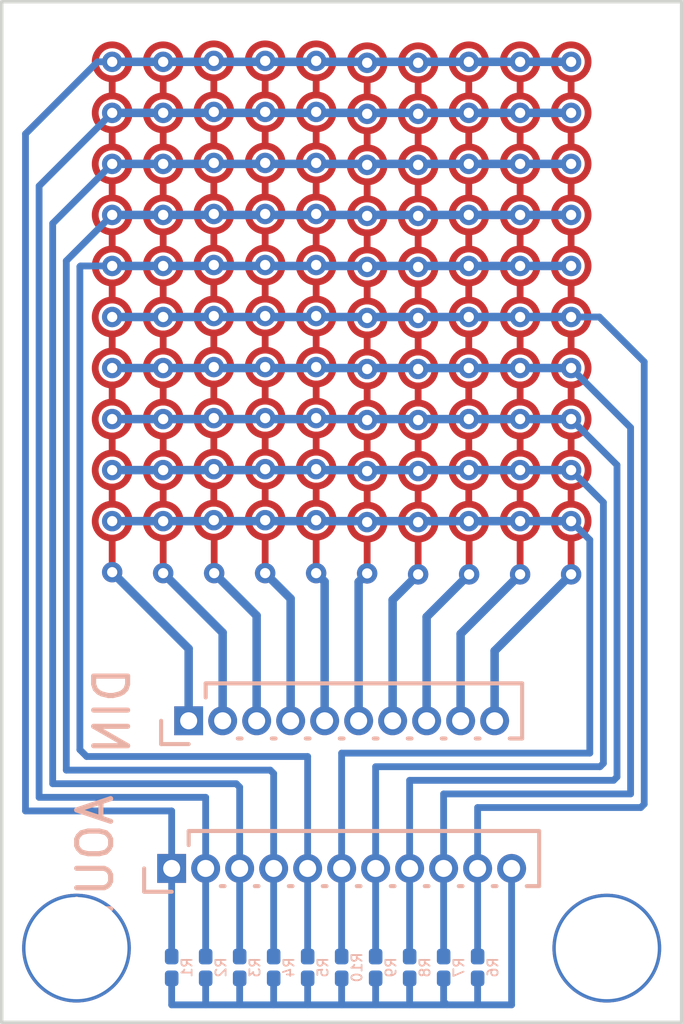
<source format=kicad_pcb>
(kicad_pcb (version 20211014) (generator pcbnew)
  (layers (0 "F.Cu" signal) (31 "B.Cu" signal) (34 "B.Paste" user) (35 "F.Paste" user) (36 "B.SilkS" user "B.Silkscreen") (37 "F.SilkS" user "F.Silkscreen") (38 "B.Mask" user) (39 "F.Mask" user) (44 "Edge.Cuts" user))
  (net 0 "")
  (footprint "Resistor_SMD:R_0201_0603Metric" (layer "B.Cu") (at 62.8 77.06794 90)
    (fp_text reference "R5" (at 0 0.45 90) (layer "B.SilkS") (effects (font (size 0.3 0.3) (thickness 0.05)) (justify mirror)))
    (fp_text value "400K")
    (pad "1" smd roundrect (at -0.32 0 90) (size 0.46 0.4) (layers "B.Cu" "B.Mask"))
    (pad "2" smd roundrect (at 0.32 0 90) (size 0.46 0.4) (layers "B.Cu" "B.Mask"))
  )
  (footprint "Resistor_SMD:R_0201_0603Metric" (layer "B.Cu") (at 63.8 77.06794 90)
    (fp_text reference "R10" (at 0 0.45 90) (layer "B.SilkS") (effects (font (size 0.3 0.3) (thickness 0.05)) (justify mirror)))
    (fp_text value "400K")
    (pad "1" smd roundrect (at -0.32 0 90) (size 0.46 0.4) (layers "B.Cu" "B.Mask"))
    (pad "2" smd roundrect (at 0.32 0 90) (size 0.46 0.4) (layers "B.Cu" "B.Mask"))
  )
  (footprint "Resistor_SMD:R_0201_0603Metric" (layer "B.Cu") (at 67.8 77.06794 90)
    (fp_text reference "R6" (at 0 0.45 90) (layer "B.SilkS") (effects (font (size 0.3 0.3) (thickness 0.05)) (justify mirror)))
    (fp_text value "400K")
    (pad "1" smd roundrect (at -0.32 0 90) (size 0.46 0.4) (layers "B.Cu" "B.Mask"))
    (pad "2" smd roundrect (at 0.32 0 90) (size 0.46 0.4) (layers "B.Cu" "B.Mask"))
  )
  (footprint "Connector_PinSocket_1.00mm:PinSocket_1x11_P1.00mm_Vertical" (layer "B.Cu") (at 58.8 74.15794 -90)
    (fp_text reference "AOUT" (at -0.29 2.25 90) (layer "B.SilkS") (effects (justify mirror)))
    (fp_text value "AOUT")
    (fp_line (start 0.52 -6.445898) (end 0.52 -6.554102) (layer "B.SilkS") (width 0.12))
    (fp_line (start 0.52 -1.445898) (end 0.52 -1.554102) (layer "B.SilkS") (width 0.12))
    (fp_line (start 0.52 -7.445898) (end 0.52 -7.554102) (layer "B.SilkS") (width 0.12))
    (fp_line (start 0.685 0.81) (end 0.685 0) (layer "B.SilkS") (width 0.12))
    (fp_line (start -1.1 -0.5) (end -1.1 -10.81) (layer "B.SilkS") (width 0.12))
    (fp_line (start -1.1 -0.5) (end -0.685 -0.5) (layer "B.SilkS") (width 0.12))
    (fp_line (start 0 0.81) (end 0.685 0.81) (layer "B.SilkS") (width 0.12))
    (fp_line (start 0.52 -2.445898) (end 0.52 -2.554102) (layer "B.SilkS") (width 0.12))
    (fp_line (start 0.52 -4.445898) (end 0.52 -4.554102) (layer "B.SilkS") (width 0.12))
    (fp_line (start 0.52 -10.445898) (end 0.52 -10.81) (layer "B.SilkS") (width 0.12))
    (fp_line (start 0.52 -3.445898) (end 0.52 -3.554102) (layer "B.SilkS") (width 0.12))
    (fp_line (start 0.52 -5.445898) (end 0.52 -5.554102) (layer "B.SilkS") (width 0.12))
    (fp_line (start -1.1 -10.81) (end 0.52 -10.81) (layer "B.SilkS") (width 0.12))
    (fp_line (start 0.52 -9.445898) (end 0.52 -9.554102) (layer "B.SilkS") (width 0.12))
    (fp_line (start 0.52 -8.445898) (end 0.52 -8.554102) (layer "B.SilkS") (width 0.12))
    (pad "0" thru_hole oval (at 0 -10 270) (size 0.85 0.85) (drill 0.5) (layers *.Cu *.Mask))
    (pad "1" thru_hole rect (at 0 0 270) (size 0.85 0.85) (drill 0.5) (layers *.Cu *.Mask))
    (pad "2" thru_hole oval (at 0 -1 270) (size 0.85 0.85) (drill 0.5) (layers *.Cu *.Mask))
    (pad "3" thru_hole oval (at 0 -2 270) (size 0.85 0.85) (drill 0.5) (layers *.Cu *.Mask))
    (pad "4" thru_hole oval (at 0 -3 270) (size 0.85 0.85) (drill 0.5) (layers *.Cu *.Mask))
    (pad "5" thru_hole oval (at 0 -4 270) (size 0.85 0.85) (drill 0.5) (layers *.Cu *.Mask))
    (pad "6" thru_hole oval (at 0 -9 270) (size 0.85 0.85) (drill 0.5) (layers *.Cu *.Mask))
    (pad "7" thru_hole oval (at 0 -8 270) (size 0.85 0.85) (drill 0.5) (layers *.Cu *.Mask))
    (pad "8" thru_hole oval (at 0 -7 270) (size 0.85 0.85) (drill 0.5) (layers *.Cu *.Mask))
    (pad "9" thru_hole oval (at 0 -6 270) (size 0.85 0.85) (drill 0.5) (layers *.Cu *.Mask))
    (pad "10" thru_hole oval (at 0 -5 270) (size 0.85 0.85) (drill 0.5) (layers *.Cu *.Mask))
  )
  (footprint "Resistor_SMD:R_0201_0603Metric" (layer "B.Cu") (at 61.8 77.06794 90)
    (fp_text reference "R4" (at 0 0.45 90) (layer "B.SilkS") (effects (font (size 0.3 0.3) (thickness 0.05)) (justify mirror)))
    (fp_text value "400K")
    (pad "1" smd roundrect (at -0.32 0 90) (size 0.46 0.4) (layers "B.Cu" "B.Mask"))
    (pad "2" smd roundrect (at 0.32 0 90) (size 0.46 0.4) (layers "B.Cu" "B.Mask"))
  )
  (footprint "Connector_PinSocket_1.00mm:PinSocket_1x10_P1.00mm_Vertical" (layer "B.Cu") (at 59.3 69.81794 -90)
    (fp_text reference "DIN" (at -0.29 2.25 90) (layer "B.SilkS") (effects (justify mirror)))
    (fp_text value "DIN")
    (fp_line (start -1.1 -9.81) (end 0.52 -9.81) (layer "B.SilkS") (width 0.12))
    (fp_line (start 0 0.81) (end 0.685 0.81) (layer "B.SilkS") (width 0.12))
    (fp_line (start -1.1 -0.5) (end -1.1 -9.81) (layer "B.SilkS") (width 0.12))
    (fp_line (start 0.52 -1.445898) (end 0.52 -1.554102) (layer "B.SilkS") (width 0.12))
    (fp_line (start 0.52 -8.445898) (end 0.52 -8.554102) (layer "B.SilkS") (width 0.12))
    (fp_line (start 0.52 -9.445898) (end 0.52 -9.81) (layer "B.SilkS") (width 0.12))
    (fp_line (start -1.1 -0.5) (end -0.685 -0.5) (layer "B.SilkS") (width 0.12))
    (fp_line (start 0.52 -6.445898) (end 0.52 -6.554102) (layer "B.SilkS") (width 0.12))
    (fp_line (start 0.685 0.81) (end 0.685 0) (layer "B.SilkS") (width 0.12))
    (fp_line (start 0.52 -7.445898) (end 0.52 -7.554102) (layer "B.SilkS") (width 0.12))
    (fp_line (start 0.52 -5.445898) (end 0.52 -5.554102) (layer "B.SilkS") (width 0.12))
    (fp_line (start 0.52 -3.445898) (end 0.52 -3.554102) (layer "B.SilkS") (width 0.12))
    (fp_line (start 0.52 -2.445898) (end 0.52 -2.554102) (layer "B.SilkS") (width 0.12))
    (fp_line (start 0.52 -4.445898) (end 0.52 -4.554102) (layer "B.SilkS") (width 0.12))
    (pad "1" thru_hole rect (at 0 0 270) (size 0.85 0.85) (drill 0.5) (layers *.Cu *.Mask))
    (pad "2" thru_hole oval (at 0 -1 270) (size 0.85 0.85) (drill 0.5) (layers *.Cu *.Mask))
    (pad "3" thru_hole oval (at 0 -2 270) (size 0.85 0.85) (drill 0.5) (layers *.Cu *.Mask))
    (pad "4" thru_hole oval (at 0 -3 270) (size 0.85 0.85) (drill 0.5) (layers *.Cu *.Mask))
    (pad "5" thru_hole oval (at 0 -4 270) (size 0.85 0.85) (drill 0.5) (layers *.Cu *.Mask))
    (pad "6" thru_hole oval (at 0 -5 270) (size 0.85 0.85) (drill 0.5) (layers *.Cu *.Mask))
    (pad "7" thru_hole oval (at 0 -6 270) (size 0.85 0.85) (drill 0.5) (layers *.Cu *.Mask))
    (pad "8" thru_hole oval (at 0 -7 270) (size 0.85 0.85) (drill 0.5) (layers *.Cu *.Mask))
    (pad "9" thru_hole oval (at 0 -8 270) (size 0.85 0.85) (drill 0.5) (layers *.Cu *.Mask))
    (pad "10" thru_hole oval (at 0 -9 270) (size 0.85 0.85) (drill 0.5) (layers *.Cu *.Mask))
  )
  (footprint "Resistor_SMD:R_0201_0603Metric" (layer "B.Cu") (at 66.8 77.06794 90)
    (fp_text reference "R7" (at 0 0.45 90) (layer "B.SilkS") (effects (font (size 0.3 0.3) (thickness 0.05)) (justify mirror)))
    (fp_text value "400K")
    (pad "1" smd roundrect (at -0.32 0 90) (size 0.46 0.4) (layers "B.Cu" "B.Mask"))
    (pad "2" smd roundrect (at 0.32 0 90) (size 0.46 0.4) (layers "B.Cu" "B.Mask"))
  )
  (footprint "Resistor_SMD:R_0201_0603Metric" (layer "B.Cu") (at 65.8 77.06794 90)
    (fp_text reference "R8" (at 0 0.45 90) (layer "B.SilkS") (effects (font (size 0.3 0.3) (thickness 0.05)) (justify mirror)))
    (fp_text value "400K")
    (pad "1" smd roundrect (at -0.32 0 90) (size 0.46 0.4) (layers "B.Cu" "B.Mask"))
    (pad "2" smd roundrect (at 0.32 0 90) (size 0.46 0.4) (layers "B.Cu" "B.Mask"))
  )
  (footprint "Resistor_SMD:R_0201_0603Metric" (layer "B.Cu") (at 58.8 77.06794 90)
    (fp_text reference "R1" (at 0 0.45 90) (layer "B.SilkS") (effects (font (size 0.3 0.3) (thickness 0.05)) (justify mirror)))
    (fp_text value "400K")
    (pad "1" smd roundrect (at -0.32 0 90) (size 0.46 0.4) (layers "B.Cu" "B.Mask"))
    (pad "2" smd roundrect (at 0.32 0 90) (size 0.46 0.4) (layers "B.Cu" "B.Mask"))
  )
  (footprint "Resistor_SMD:R_0201_0603Metric" (layer "B.Cu") (at 60.8 77.06794 90)
    (fp_text reference "R3" (at 0 0.45 90) (layer "B.SilkS") (effects (font (size 0.3 0.3) (thickness 0.05)) (justify mirror)))
    (fp_text value "400K")
    (pad "1" smd roundrect (at -0.32 0 90) (size 0.46 0.4) (layers "B.Cu" "B.Mask"))
    (pad "2" smd roundrect (at 0.32 0 90) (size 0.46 0.4) (layers "B.Cu" "B.Mask"))
  )
  (footprint "Resistor_SMD:R_0201_0603Metric" (layer "B.Cu") (at 59.8 77.06794 90)
    (fp_text reference "R2" (at 0 0.45 90) (layer "B.SilkS") (effects (font (size 0.3 0.3) (thickness 0.05)) (justify mirror)))
    (fp_text value "400K")
    (pad "1" smd roundrect (at -0.32 0 90) (size 0.46 0.4) (layers "B.Cu" "B.Mask"))
    (pad "2" smd roundrect (at 0.32 0 90) (size 0.46 0.4) (layers "B.Cu" "B.Mask"))
  )
  (footprint "Resistor_SMD:R_0201_0603Metric" (layer "B.Cu") (at 64.8 77.06794 90)
    (fp_text reference "R9" (at 0 0.45 90) (layer "B.SilkS") (effects (font (size 0.3 0.3) (thickness 0.05)) (justify mirror)))
    (fp_text value "400K")
    (pad "1" smd roundrect (at -0.32 0 90) (size 0.46 0.4) (layers "B.Cu" "B.Mask"))
    (pad "2" smd roundrect (at 0.32 0 90) (size 0.46 0.4) (layers "B.Cu" "B.Mask"))
  )
  (gr_line (start 57.05 55.45) (end 57.05 55.95) (layer "F.Cu") (width 0.2))
  (gr_line (start 60.040306 56.92176) (end 60.040306 57.42176) (layer "F.Cu") (width 0.2))
  (gr_line (start 63.05 55.42176) (end 63.05 55.92176) (layer "F.Cu") (width 0.2))
  (gr_line (start 63.05 58.42176) (end 63.05 58.92176) (layer "F.Cu") (width 0.2))
  (gr_line (start 60.040306 52.42176) (end 60.040306 52.92176) (layer "F.Cu") (width 0.2))
  (gr_line (start 61.55 50.92176) (end 61.55 51.42176) (layer "F.Cu") (width 0.2))
  (gr_line (start 61.55 58.42176) (end 61.55 58.92176) (layer "F.Cu") (width 0.2))
  (gr_line (start 58.55 64.47824) (end 58.55 65.40648) (layer "F.Cu") (width 0.2))
  (gr_line (start 64.55 62.97824) (end 64.55 63.47824) (layer "F.Cu") (width 0.2))
  (gr_line (start 69.05 55.45) (end 69.05 55.95) (layer "F.Cu") (width 0.2))
  (gr_circle (center 67.540306 51.95) (end 67.540306 51.45) (layer "F.Cu") (width 0.2) (fill none))
  (gr_circle (center 57.05 51.95) (end 57.05 51.45) (layer "F.Cu") (width 0.2) (fill none))
  (gr_circle (center 60.040306 51.92176) (end 60.040306 51.42176) (layer "F.Cu") (width 0.2) (fill none))
  (gr_line (start 66.05 53.97824) (end 66.05 54.47824) (layer "F.Cu") (width 0.2))
  (gr_line (start 57.05 58.45) (end 57.05 58.95) (layer "F.Cu") (width 0.2))
  (gr_line (start 63.05 50.92176) (end 63.05 51.42176) (layer "F.Cu") (width 0.2))
  (gr_line (start 58.55 52.45) (end 58.55 52.95) (layer "F.Cu") (width 0.2))
  (gr_circle (center 60.040306 50.42176) (end 60.040306 49.92176) (layer "F.Cu") (width 0.2) (fill none))
  (gr_line (start 60.040306 58.42176) (end 60.040306 58.92176) (layer "F.Cu") (width 0.2))
  (gr_circle (center 67.540306 50.45) (end 67.540306 49.95) (layer "F.Cu") (width 0.2) (fill none))
  (gr_circle (center 69.05 51.95) (end 69.05 51.45) (layer "F.Cu") (width 0.2) (fill none))
  (gr_line (start 70.55 62.95) (end 70.55 63.45) (layer "F.Cu") (width 0.2))
  (gr_circle (center 60.040306 56.42176) (end 60.040306 55.92176) (layer "F.Cu") (width 0.2) (fill none))
  (gr_line (start 57.05 62.95) (end 57.05 63.45) (layer "F.Cu") (width 0.2))
  (gr_line (start 64.55 64.48588) (end 64.55 65.41412) (layer "F.Cu") (width 0.2))
  (gr_circle (center 61.55 59.42176) (end 61.55 58.92176) (layer "F.Cu") (width 0.2) (fill none))
  (gr_circle (center 67.540306 53.45) (end 67.540306 52.95) (layer "F.Cu") (width 0.2) (fill none))
  (gr_circle (center 67.540306 59.45) (end 67.540306 58.95) (layer "F.Cu") (width 0.2) (fill none))
  (gr_circle (center 66.05 62.47824) (end 66.05 61.97824) (layer "F.Cu") (width 0.2) (fill none))
  (gr_circle (center 61.55 54.92176) (end 61.55 54.42176) (layer "F.Cu") (width 0.2) (fill none))
  (gr_line (start 64.55 58.47824) (end 64.55 58.97824) (layer "F.Cu") (width 0.2))
  (gr_circle (center 67.540306 54.95) (end 67.540306 54.45) (layer "F.Cu") (width 0.2) (fill none))
  (gr_circle (center 67.540306 62.45) (end 67.540306 61.95) (layer "F.Cu") (width 0.2) (fill none))
  (gr_circle (center 60.040306 62.42176) (end 60.040306 61.92176) (layer "F.Cu") (width 0.2) (fill none))
  (gr_line (start 57.05 59.95) (end 57.05 60.45) (layer "F.Cu") (width 0.2))
  (gr_line (start 67.55 64.51412) (end 67.55 65.44236) (layer "F.Cu") (width 0.2))
  (gr_circle (center 58.55 54.95) (end 58.55 54.45) (layer "F.Cu") (width 0.2) (fill none))
  (gr_circle (center 69.05 50.45) (end 69.05 49.95) (layer "F.Cu") (width 0.2) (fill none))
  (gr_circle (center 61.55 50.42176) (end 61.55 49.92176) (layer "F.Cu") (width 0.2) (fill none))
  (gr_circle (center 66.05 56.47824) (end 66.05 55.97824) (layer "F.Cu") (width 0.2) (fill none))
  (gr_circle (center 70.55 57.95) (end 70.55 57.45) (layer "F.Cu") (width 0.2) (fill none))
  (gr_circle (center 64.55 63.97824) (end 64.55 63.47824) (layer "F.Cu") (width 0.2) (fill none))
  (gr_circle (center 64.55 60.97824) (end 64.55 60.47824) (layer "F.Cu") (width 0.2) (fill none))
  (gr_circle (center 63.05 60.92176) (end 63.05 60.42176) (layer "F.Cu") (width 0.2) (fill none))
  (gr_circle (center 63.05 63.92176) (end 63.05 63.42176) (layer "F.Cu") (width 0.2) (fill none))
  (gr_circle (center 69.05 60.95) (end 69.05 60.45) (layer "F.Cu") (width 0.2) (fill none))
  (gr_line (start 67.540306 59.95) (end 67.540306 60.45) (layer "F.Cu") (width 0.2))
  (gr_circle (center 70.55 59.45) (end 70.55 58.95) (layer "F.Cu") (width 0.2) (fill none))
  (gr_line (start 61.55 62.92176) (end 61.55 63.42176) (layer "F.Cu") (width 0.2))
  (gr_line (start 66.05 62.97824) (end 66.05 63.47824) (layer "F.Cu") (width 0.2))
  (gr_circle (center 70.55 53.45) (end 70.55 52.95) (layer "F.Cu") (width 0.2) (fill none))
  (gr_circle (center 64.55 62.47824) (end 64.55 61.97824) (layer "F.Cu") (width 0.2) (fill none))
  (gr_line (start 60.040306 53.92176) (end 60.040306 54.42176) (layer "F.Cu") (width 0.2))
  (gr_line (start 69.05 62.95) (end 69.05 63.45) (layer "F.Cu") (width 0.2))
  (gr_circle (center 58.55 59.45) (end 58.55 58.95) (layer "F.Cu") (width 0.2) (fill none))
  (gr_line (start 58.55 62.95) (end 58.55 63.45) (layer "F.Cu") (width 0.2))
  (gr_line (start 66.05 52.47824) (end 66.05 52.97824) (layer "F.Cu") (width 0.2))
  (gr_circle (center 69.05 59.45) (end 69.05 58.95) (layer "F.Cu") (width 0.2) (fill none))
  (gr_circle (center 66.05 60.97824) (end 66.05 60.47824) (layer "F.Cu") (width 0.2) (fill none))
  (gr_circle (center 58.55 62.45) (end 58.55 61.95) (layer "F.Cu") (width 0.2) (fill none))
  (gr_circle (center 70.55 56.45) (end 70.55 55.95) (layer "F.Cu") (width 0.2) (fill none))
  (gr_line (start 70.55 56.95) (end 70.55 57.45) (layer "F.Cu") (width 0.2))
  (gr_line (start 60.040306 55.42176) (end 60.040306 55.92176) (layer "F.Cu") (width 0.2))
  (gr_circle (center 60.040306 60.92176) (end 60.040306 60.42176) (layer "F.Cu") (width 0.2) (fill none))
  (gr_circle (center 66.05 50.47824) (end 66.05 49.97824) (layer "F.Cu") (width 0.2) (fill none))
  (gr_circle (center 61.55 57.92176) (end 61.55 57.42176) (layer "F.Cu") (width 0.2) (fill none))
  (gr_circle (center 66.05 53.47824) (end 66.05 52.97824) (layer "F.Cu") (width 0.2) (fill none))
  (gr_circle (center 61.55 60.92176) (end 61.55 60.42176) (layer "F.Cu") (width 0.2) (fill none))
  (gr_circle (center 61.55 51.92176) (end 61.55 51.42176) (layer "F.Cu") (width 0.2) (fill none))
  (gr_line (start 64.55 55.47824) (end 64.55 55.97824) (layer "F.Cu") (width 0.2))
  (gr_circle (center 63.05 59.42176) (end 63.05 58.92176) (layer "F.Cu") (width 0.2) (fill none))
  (gr_circle (center 64.55 57.97824) (end 64.55 57.47824) (layer "F.Cu") (width 0.2) (fill none))
  (gr_line (start 63.05 53.92176) (end 63.05 54.42176) (layer "F.Cu") (width 0.2))
  (gr_circle (center 70.55 50.45) (end 70.55 49.95) (layer "F.Cu") (width 0.2) (fill none))
  (gr_circle (center 66.05 57.97824) (end 66.05 57.47824) (layer "F.Cu") (width 0.2) (fill none))
  (gr_circle (center 60.040306 63.92176) (end 60.040306 63.42176) (layer "F.Cu") (width 0.2) (fill none))
  (gr_line (start 61.55 52.42176) (end 61.55 52.92176) (layer "F.Cu") (width 0.2))
  (gr_circle (center 70.55 54.95) (end 70.55 54.45) (layer "F.Cu") (width 0.2) (fill none))
  (gr_line (start 60.040306 61.42176) (end 60.040306 61.92176) (layer "F.Cu") (width 0.2))
  (gr_line (start 64.55 50.97824) (end 64.55 51.47824) (layer "F.Cu") (width 0.2))
  (gr_line (start 69.05 56.95) (end 69.05 57.45) (layer "F.Cu") (width 0.2))
  (gr_circle (center 70.55 62.45) (end 70.55 61.95) (layer "F.Cu") (width 0.2) (fill none))
  (gr_circle (center 57.05 63.95) (end 57.05 63.45) (layer "F.Cu") (width 0.2) (fill none))
  (gr_line (start 69.05 52.45) (end 69.05 52.95) (layer "F.Cu") (width 0.2))
  (gr_line (start 70.55 59.95) (end 70.55 60.45) (layer "F.Cu") (width 0.2))
  (gr_line (start 67.540306 61.45) (end 67.540306 61.95) (layer "F.Cu") (width 0.2))
  (gr_line (start 70.55 61.45) (end 70.55 61.95) (layer "F.Cu") (width 0.2))
  (gr_circle (center 66.05 54.97824) (end 66.05 54.47824) (layer "F.Cu") (width 0.2) (fill none))
  (gr_line (start 63.05 62.92176) (end 63.05 63.42176) (layer "F.Cu") (width 0.2))
  (gr_circle (center 70.55 60.95) (end 70.55 60.45) (layer "F.Cu") (width 0.2) (fill none))
  (gr_circle (center 63.05 53.42176) (end 63.05 52.92176) (layer "F.Cu") (width 0.2) (fill none))
  (gr_line (start 70.55 55.45) (end 70.55 55.95) (layer "F.Cu") (width 0.2))
  (gr_circle (center 63.05 50.42176) (end 63.05 49.92176) (layer "F.Cu") (width 0.2) (fill none))
  (gr_line (start 69.05 59.95) (end 69.05 60.45) (layer "F.Cu") (width 0.2))
  (gr_circle (center 63.05 57.92176) (end 63.05 57.42176) (layer "F.Cu") (width 0.2) (fill none))
  (gr_circle (center 57.05 60.95) (end 57.05 60.45) (layer "F.Cu") (width 0.2) (fill none))
  (gr_line (start 69.05 58.45) (end 69.05 58.95) (layer "F.Cu") (width 0.2))
  (gr_circle (center 66.05 51.97824) (end 66.05 51.47824) (layer "F.Cu") (width 0.2) (fill none))
  (gr_line (start 58.55 58.45) (end 58.55 58.95) (layer "F.Cu") (width 0.2))
  (gr_circle (center 69.05 56.45) (end 69.05 55.95) (layer "F.Cu") (width 0.2) (fill none))
  (gr_circle (center 64.55 50.47824) (end 64.55 49.97824) (layer "F.Cu") (width 0.2) (fill none))
  (gr_circle (center 61.55 63.92176) (end 61.55 63.42176) (layer "F.Cu") (width 0.2) (fill none))
  (gr_line (start 66.05 58.47824) (end 66.05 58.97824) (layer "F.Cu") (width 0.2))
  (gr_circle (center 69.05 57.95) (end 69.05 57.45) (layer "F.Cu") (width 0.2) (fill none))
  (gr_circle (center 58.55 56.45) (end 58.55 55.95) (layer "F.Cu") (width 0.2) (fill none))
  (gr_line (start 67.540306 52.45) (end 67.540306 52.95) (layer "F.Cu") (width 0.2))
  (gr_line (start 60.040306 50.92176) (end 60.040306 51.42176) (layer "F.Cu") (width 0.2))
  (gr_circle (center 63.05 62.42176) (end 63.05 61.92176) (layer "F.Cu") (width 0.2) (fill none))
  (gr_line (start 69.05 64.51412) (end 69.05 65.44236) (layer "F.Cu") (width 0.2))
  (gr_line (start 58.55 56.95) (end 58.55 57.45) (layer "F.Cu") (width 0.2))
  (gr_circle (center 57.05 62.45) (end 57.05 61.95) (layer "F.Cu") (width 0.2) (fill none))
  (gr_circle (center 63.05 54.92176) (end 63.05 54.42176) (layer "F.Cu") (width 0.2) (fill none))
  (gr_line (start 58.55 53.95) (end 58.55 54.45) (layer "F.Cu") (width 0.2))
  (gr_circle (center 57.05 56.45) (end 57.05 55.95) (layer "F.Cu") (width 0.2) (fill none))
  (gr_circle (center 61.55 62.42176) (end 61.55 61.92176) (layer "F.Cu") (width 0.2) (fill none))
  (gr_line (start 70.55 58.45) (end 70.55 58.95) (layer "F.Cu") (width 0.2))
  (gr_line (start 70.55 53.95) (end 70.55 54.45) (layer "F.Cu") (width 0.2))
  (gr_circle (center 58.55 50.45) (end 58.55 49.95) (layer "F.Cu") (width 0.2) (fill none))
  (gr_line (start 57.05 50.95) (end 57.05 51.45) (layer "F.Cu") (width 0.2))
  (gr_circle (center 70.55 51.95) (end 70.55 51.45) (layer "F.Cu") (width 0.2) (fill none))
  (gr_line (start 63.05 56.92176) (end 63.05 57.42176) (layer "F.Cu") (width 0.2))
  (gr_line (start 67.540306 55.45) (end 67.540306 55.95) (layer "F.Cu") (width 0.2))
  (gr_line (start 69.05 50.95) (end 69.05 51.45) (layer "F.Cu") (width 0.2))
  (gr_circle (center 57.05 53.45) (end 57.05 52.95) (layer "F.Cu") (width 0.2) (fill none))
  (gr_circle (center 69.05 62.45) (end 69.05 61.95) (layer "F.Cu") (width 0.2) (fill none))
  (gr_line (start 60.040306 62.92176) (end 60.040306 63.42176) (layer "F.Cu") (width 0.2))
  (gr_circle (center 64.55 51.97824) (end 64.55 51.47824) (layer "F.Cu") (width 0.2) (fill none))
  (gr_line (start 66.05 59.97824) (end 66.05 60.47824) (layer "F.Cu") (width 0.2))
  (gr_circle (center 66.05 63.97824) (end 66.05 63.47824) (layer "F.Cu") (width 0.2) (fill none))
  (gr_line (start 58.55 59.95) (end 58.55 60.45) (layer "F.Cu") (width 0.2))
  (gr_circle (center 64.55 59.47824) (end 64.55 58.97824) (layer "F.Cu") (width 0.2) (fill none))
  (gr_circle (center 58.55 63.95) (end 58.55 63.45) (layer "F.Cu") (width 0.2) (fill none))
  (gr_line (start 57.05 56.95) (end 57.05 57.45) (layer "F.Cu") (width 0.2))
  (gr_circle (center 60.040306 57.92176) (end 60.040306 57.42176) (layer "F.Cu") (width 0.2) (fill none))
  (gr_circle (center 66.05 59.47824) (end 66.05 58.97824) (layer "F.Cu") (width 0.2) (fill none))
  (gr_line (start 61.55 53.92176) (end 61.55 54.42176) (layer "F.Cu") (width 0.2))
  (gr_line (start 66.05 64.51412) (end 66.05 65.44236) (layer "F.Cu") (width 0.2))
  (gr_circle (center 64.55 53.47824) (end 64.55 52.97824) (layer "F.Cu") (width 0.2) (fill none))
  (gr_line (start 64.55 53.97824) (end 64.55 54.47824) (layer "F.Cu") (width 0.2))
  (gr_circle (center 70.55 63.95) (end 70.55 63.45) (layer "F.Cu") (width 0.2) (fill none))
  (gr_line (start 70.55 50.95) (end 70.55 51.45) (layer "F.Cu") (width 0.2))
  (gr_line (start 57.05 64.45) (end 57.05 65.37824) (layer "F.Cu") (width 0.2))
  (gr_line (start 57.05 53.95) (end 57.05 54.45) (layer "F.Cu") (width 0.2))
  (gr_line (start 70.55 64.51412) (end 70.55 65.44236) (layer "F.Cu") (width 0.2))
  (gr_circle (center 57.05 59.45) (end 57.05 58.95) (layer "F.Cu") (width 0.2) (fill none))
  (gr_line (start 61.55 64.47824) (end 61.55 65.40648) (layer "F.Cu") (width 0.2))
  (gr_line (start 57.05 61.45) (end 57.05 61.95) (layer "F.Cu") (width 0.2))
  (gr_circle (center 69.05 54.95) (end 69.05 54.45) (layer "F.Cu") (width 0.2) (fill none))
  (gr_line (start 64.55 59.97824) (end 64.55 60.47824) (layer "F.Cu") (width 0.2))
  (gr_line (start 69.05 53.95) (end 69.05 54.45) (layer "F.Cu") (width 0.2))
  (gr_circle (center 58.55 53.45) (end 58.55 52.95) (layer "F.Cu") (width 0.2) (fill none))
  (gr_line (start 64.55 61.47824) (end 64.55 61.97824) (layer "F.Cu") (width 0.2))
  (gr_line (start 67.540306 53.95) (end 67.540306 54.45) (layer "F.Cu") (width 0.2))
  (gr_line (start 67.540306 50.95) (end 67.540306 51.45) (layer "F.Cu") (width 0.2))
  (gr_line (start 69.05 61.45) (end 69.05 61.95) (layer "F.Cu") (width 0.2))
  (gr_circle (center 67.540306 56.45) (end 67.540306 55.95) (layer "F.Cu") (width 0.2) (fill none))
  (gr_circle (center 58.55 57.95) (end 58.55 57.45) (layer "F.Cu") (width 0.2) (fill none))
  (gr_circle (center 63.05 51.92176) (end 63.05 51.42176) (layer "F.Cu") (width 0.2) (fill none))
  (gr_circle (center 64.55 54.97824) (end 64.55 54.47824) (layer "F.Cu") (width 0.2) (fill none))
  (gr_line (start 61.55 59.92176) (end 61.55 60.42176) (layer "F.Cu") (width 0.2))
  (gr_line (start 57.05 52.45) (end 57.05 52.95) (layer "F.Cu") (width 0.2))
  (gr_line (start 64.55 56.97824) (end 64.55 57.47824) (layer "F.Cu") (width 0.2))
  (gr_line (start 60.05 64.47824) (end 60.05 65.40648) (layer "F.Cu") (width 0.2))
  (gr_circle (center 69.05 53.45) (end 69.05 52.95) (layer "F.Cu") (width 0.2) (fill none))
  (gr_line (start 66.05 61.47824) (end 66.05 61.97824) (layer "F.Cu") (width 0.2))
  (gr_line (start 66.05 56.97824) (end 66.05 57.47824) (layer "F.Cu") (width 0.2))
  (gr_circle (center 57.05 50.45) (end 57.05 49.95) (layer "F.Cu") (width 0.2) (fill none))
  (gr_circle (center 61.55 56.42176) (end 61.55 55.92176) (layer "F.Cu") (width 0.2) (fill none))
  (gr_line (start 67.540306 62.95) (end 67.540306 63.45) (layer "F.Cu") (width 0.2))
  (gr_circle (center 63.05 56.42176) (end 63.05 55.92176) (layer "F.Cu") (width 0.2) (fill none))
  (gr_line (start 63.05 52.42176) (end 63.05 52.92176) (layer "F.Cu") (width 0.2))
  (gr_line (start 58.55 61.45) (end 58.55 61.95) (layer "F.Cu") (width 0.2))
  (gr_line (start 61.55 56.92176) (end 61.55 57.42176) (layer "F.Cu") (width 0.2))
  (gr_circle (center 60.040306 59.42176) (end 60.040306 58.92176) (layer "F.Cu") (width 0.2) (fill none))
  (gr_circle (center 57.05 57.95) (end 57.05 57.45) (layer "F.Cu") (width 0.2) (fill none))
  (gr_circle (center 60.040306 54.92176) (end 60.040306 54.42176) (layer "F.Cu") (width 0.2) (fill none))
  (gr_line (start 60.040306 59.92176) (end 60.040306 60.42176) (layer "F.Cu") (width 0.2))
  (gr_circle (center 61.55 53.42176) (end 61.55 52.92176) (layer "F.Cu") (width 0.2) (fill none))
  (gr_line (start 63.05 64.47824) (end 63.05 65.40648) (layer "F.Cu") (width 0.2))
  (gr_line (start 66.05 50.97824) (end 66.05 51.47824) (layer "F.Cu") (width 0.2))
  (gr_circle (center 58.55 60.95) (end 58.55 60.45) (layer "F.Cu") (width 0.2) (fill none))
  (gr_line (start 61.55 61.42176) (end 61.55 61.92176) (layer "F.Cu") (width 0.2))
  (gr_line (start 58.55 50.95) (end 58.55 51.45) (layer "F.Cu") (width 0.2))
  (gr_line (start 58.55 55.45) (end 58.55 55.95) (layer "F.Cu") (width 0.2))
  (gr_line (start 67.540306 58.45) (end 67.540306 58.95) (layer "F.Cu") (width 0.2))
  (gr_circle (center 57.05 54.95) (end 57.05 54.45) (layer "F.Cu") (width 0.2) (fill none))
  (gr_circle (center 67.540306 60.95) (end 67.540306 60.45) (layer "F.Cu") (width 0.2) (fill none))
  (gr_line (start 66.05 55.47824) (end 66.05 55.97824) (layer "F.Cu") (width 0.2))
  (gr_line (start 64.55 52.47824) (end 64.55 52.97824) (layer "F.Cu") (width 0.2))
  (gr_line (start 70.55 52.45) (end 70.55 52.95) (layer "F.Cu") (width 0.2))
  (gr_circle (center 67.540306 63.95) (end 67.540306 63.45) (layer "F.Cu") (width 0.2) (fill none))
  (gr_circle (center 58.55 51.95) (end 58.55 51.45) (layer "F.Cu") (width 0.2) (fill none))
  (gr_circle (center 67.540306 57.95) (end 67.540306 57.45) (layer "F.Cu") (width 0.2) (fill none))
  (gr_line (start 63.05 59.92176) (end 63.05 60.42176) (layer "F.Cu") (width 0.2))
  (gr_circle (center 60.040306 53.42176) (end 60.040306 52.92176) (layer "F.Cu") (width 0.2) (fill none))
  (gr_circle (center 69.05 63.95) (end 69.05 63.45) (layer "F.Cu") (width 0.2) (fill none))
  (gr_line (start 61.55 55.42176) (end 61.55 55.92176) (layer "F.Cu") (width 0.2))
  (gr_circle (center 64.55 56.47824) (end 64.55 55.97824) (layer "F.Cu") (width 0.2) (fill none))
  (gr_line (start 63.05 61.42176) (end 63.05 61.92176) (layer "F.Cu") (width 0.2))
  (gr_line (start 67.540306 56.95) (end 67.540306 57.45) (layer "F.Cu") (width 0.2))
  (gr_rect (start 53.8 48.68235) (end 73.8 78.68235) (layer "Edge.Cuts") (width 0.1) (fill none))
  (via (at 69.05 63.95) (size 0.6) (drill 0.3) (layers "F.Cu" "B.Cu") (net 0))
  (via (at 63.05 53.42176) (size 0.6) (drill 0.3) (layers "F.Cu" "B.Cu") (net 0))
  (via (at 58.55 65.47824) (size 0.6) (drill 0.3) (layers "F.Cu" "B.Cu") (net 0))
  (via (at 57.05 60.95) (size 0.6) (drill 0.3) (layers "F.Cu" "B.Cu") (net 0))
  (via (at 61.55 53.42176) (size 0.6) (drill 0.3) (layers "F.Cu" "B.Cu") (net 0))
  (via (at 60.05 65.47824) (size 0.6) (drill 0.3) (layers "F.Cu" "B.Cu") (net 0))
  (via (at 61.55 59.42176) (size 0.6) (drill 0.3) (layers "F.Cu" "B.Cu") (net 0))
  (via (at 60.040306 63.92176) (size 0.6) (drill 0.3) (layers "F.Cu" "B.Cu") (net 0))
  (via (at 70.55 59.45) (size 0.6) (drill 0.3) (layers "F.Cu" "B.Cu") (net 0))
  (via (at 57.05 63.95) (size 0.6) (drill 0.3) (layers "F.Cu" "B.Cu") (net 0))
  (via (at 63.05 50.42176) (size 0.6) (drill 0.3) (layers "F.Cu" "B.Cu") (net 0))
  (via (at 60.040306 54.92176) (size 0.6) (drill 0.3) (layers "F.Cu" "B.Cu") (net 0))
  (via (at 57.05 51.95) (size 0.6) (drill 0.3) (layers "F.Cu" "B.Cu") (net 0))
  (via (at 58.55 50.45) (size 0.6) (drill 0.3) (layers "F.Cu" "B.Cu") (net 0))
  (via (at 58.55 54.95) (size 0.6) (drill 0.3) (layers "F.Cu" "B.Cu") (net 0))
  (via (at 66.05 63.97824) (size 0.6) (drill 0.3) (layers "F.Cu" "B.Cu") (net 0))
  (via (at 60.040306 59.42176) (size 0.6) (drill 0.3) (layers "F.Cu" "B.Cu") (net 0))
  (via (at 69.05 60.95) (size 0.6) (drill 0.3) (layers "F.Cu" "B.Cu") (net 0))
  (via (at 66.05 51.97824) (size 0.6) (drill 0.3) (layers "F.Cu" "B.Cu") (net 0))
  (via (at 58.55 57.95) (size 0.6) (drill 0.3) (layers "F.Cu" "B.Cu") (net 0))
  (via (at 70.55 60.95) (size 0.6) (drill 0.3) (layers "F.Cu" "B.Cu") (net 0))
  (via (at 67.540306 53.45) (size 0.6) (drill 0.3) (layers "F.Cu" "B.Cu") (net 0))
  (via (at 61.55 51.92176) (size 0.6) (drill 0.3) (layers "F.Cu" "B.Cu") (net 0))
  (via (at 64.55 59.47824) (size 0.6) (drill 0.3) (layers "F.Cu" "B.Cu") (net 0))
  (via (at 66.05 53.47824) (size 0.6) (drill 0.3) (layers "F.Cu" "B.Cu") (net 0))
  (via (at 70.55 50.45) (size 0.6) (drill 0.3) (layers "F.Cu" "B.Cu") (net 0))
  (via (at 64.55 62.47824) (size 0.6) (drill 0.3) (layers "F.Cu" "B.Cu") (net 0))
  (via (at 66.05 57.97824) (size 0.6) (drill 0.3) (layers "F.Cu" "B.Cu") (net 0))
  (via (at 57.05 50.45) (size 0.6) (drill 0.3) (layers "F.Cu" "B.Cu") (net 0))
  (via (at 60.040306 53.42176) (size 0.6) (drill 0.3) (layers "F.Cu" "B.Cu") (net 0))
  (via (at 58.55 53.45) (size 0.6) (drill 0.3) (layers "F.Cu" "B.Cu") (net 0))
  (via (at 64.55 60.97824) (size 0.6) (drill 0.3) (layers "F.Cu" "B.Cu") (net 0))
  (via (at 70.55 63.95) (size 0.6) (drill 0.3) (layers "F.Cu" "B.Cu") (net 0))
  (via (at 67.540306 62.45) (size 0.6) (drill 0.3) (layers "F.Cu" "B.Cu") (net 0))
  (via (at 60.040306 60.92176) (size 0.6) (drill 0.3) (layers "F.Cu" "B.Cu") (net 0))
  (via (at 64.55 56.47824) (size 0.6) (drill 0.3) (layers "F.Cu" "B.Cu") (net 0))
  (via (at 61.55 65.47824) (size 0.6) (drill 0.3) (layers "F.Cu" "B.Cu") (net 0))
  (via (at 69.05 56.45) (size 0.6) (drill 0.3) (layers "F.Cu" "B.Cu") (net 0))
  (via (at 61.55 63.92176) (size 0.6) (drill 0.3) (layers "F.Cu" "B.Cu") (net 0))
  (via (at 57.05 62.45) (size 0.6) (drill 0.3) (layers "F.Cu" "B.Cu") (net 0))
  (via (at 61.55 57.92176) (size 0.6) (drill 0.3) (layers "F.Cu" "B.Cu") (net 0))
  (via (at 67.540306 59.45) (size 0.6) (drill 0.3) (layers "F.Cu" "B.Cu") (net 0))
  (via (at 71.6 76.5) (size 3.2) (drill 3) (layers "F.Cu" "B.Cu") (net 0))
  (via (at 70.55 51.95) (size 0.6) (drill 0.3) (layers "F.Cu" "B.Cu") (net 0))
  (via (at 67.540306 56.45) (size 0.6) (drill 0.3) (layers "F.Cu" "B.Cu") (net 0))
  (via (at 57.05 53.45) (size 0.6) (drill 0.3) (layers "F.Cu" "B.Cu") (net 0))
  (via (at 57.05 65.45) (size 0.6) (drill 0.3) (layers "F.Cu" "B.Cu") (net 0))
  (via (at 58.55 63.95) (size 0.6) (drill 0.3) (layers "F.Cu" "B.Cu") (net 0))
  (via (at 67.540306 63.95) (size 0.6) (drill 0.3) (layers "F.Cu" "B.Cu") (net 0))
  (via (at 61.55 50.42176) (size 0.6) (drill 0.3) (layers "F.Cu" "B.Cu") (net 0))
  (via (at 69.05 59.45) (size 0.6) (drill 0.3) (layers "F.Cu" "B.Cu") (net 0))
  (via (at 69.05 65.51412) (size 0.6) (drill 0.3) (layers "F.Cu" "B.Cu") (net 0))
  (via (at 66.05 56.47824) (size 0.6) (drill 0.3) (layers "F.Cu" "B.Cu") (net 0))
  (via (at 70.55 56.45) (size 0.6) (drill 0.3) (layers "F.Cu" "B.Cu") (net 0))
  (via (at 67.540306 57.95) (size 0.6) (drill 0.3) (layers "F.Cu" "B.Cu") (net 0))
  (via (at 69.05 50.45) (size 0.6) (drill 0.3) (layers "F.Cu" "B.Cu") (net 0))
  (via (at 63.05 54.92176) (size 0.6) (drill 0.3) (layers "F.Cu" "B.Cu") (net 0))
  (via (at 64.55 65.48588) (size 0.6) (drill 0.3) (layers "F.Cu" "B.Cu") (net 0))
  (via (at 58.55 56.45) (size 0.6) (drill 0.3) (layers "F.Cu" "B.Cu") (net 0))
  (via (at 66.05 60.97824) (size 0.6) (drill 0.3) (layers "F.Cu" "B.Cu") (net 0))
  (via (at 60.040306 57.92176) (size 0.6) (drill 0.3) (layers "F.Cu" "B.Cu") (net 0))
  (via (at 57.05 57.95) (size 0.6) (drill 0.3) (layers "F.Cu" "B.Cu") (net 0))
  (via (at 66.05 59.47824) (size 0.6) (drill 0.3) (layers "F.Cu" "B.Cu") (net 0))
  (via (at 61.55 54.92176) (size 0.6) (drill 0.3) (layers "F.Cu" "B.Cu") (net 0))
  (via (at 58.55 59.45) (size 0.6) (drill 0.3) (layers "F.Cu" "B.Cu") (net 0))
  (via (at 63.05 59.42176) (size 0.6) (drill 0.3) (layers "F.Cu" "B.Cu") (net 0))
  (via (at 70.55 53.45) (size 0.6) (drill 0.3) (layers "F.Cu" "B.Cu") (net 0))
  (via (at 63.05 51.92176) (size 0.6) (drill 0.3) (layers "F.Cu" "B.Cu") (net 0))
  (via (at 60.040306 56.42176) (size 0.6) (drill 0.3) (layers "F.Cu" "B.Cu") (net 0))
  (via (at 57.05 56.45) (size 0.6) (drill 0.3) (layers "F.Cu" "B.Cu") (net 0))
  (via (at 66.05 65.51412) (size 0.6) (drill 0.3) (layers "F.Cu" "B.Cu") (net 0))
  (via (at 60.040306 51.92176) (size 0.6) (drill 0.3) (layers "F.Cu" "B.Cu") (net 0))
  (via (at 69.05 51.95) (size 0.6) (drill 0.3) (layers "F.Cu" "B.Cu") (net 0))
  (via (at 70.55 54.95) (size 0.6) (drill 0.3) (layers "F.Cu" "B.Cu") (net 0))
  (via (at 64.55 53.47824) (size 0.6) (drill 0.3) (layers "F.Cu" "B.Cu") (net 0))
  (via (at 66.05 62.47824) (size 0.6) (drill 0.3) (layers "F.Cu" "B.Cu") (net 0))
  (via (at 70.55 65.51412) (size 0.6) (drill 0.3) (layers "F.Cu" "B.Cu") (net 0))
  (via (at 58.55 60.95) (size 0.6) (drill 0.3) (layers "F.Cu" "B.Cu") (net 0))
  (via (at 63.05 63.92176) (size 0.6) (drill 0.3) (layers "F.Cu" "B.Cu") (net 0))
  (via (at 66.05 54.97824) (size 0.6) (drill 0.3) (layers "F.Cu" "B.Cu") (net 0))
  (via (at 58.55 62.45) (size 0.6) (drill 0.3) (layers "F.Cu" "B.Cu") (net 0))
  (via (at 57.05 59.45) (size 0.6) (drill 0.3) (layers "F.Cu" "B.Cu") (net 0))
  (via (at 64.55 63.97824) (size 0.6) (drill 0.3) (layers "F.Cu" "B.Cu") (net 0))
  (via (at 67.540306 54.95) (size 0.6) (drill 0.3) (layers "F.Cu" "B.Cu") (net 0))
  (via (at 57.05 54.95) (size 0.6) (drill 0.3) (layers "F.Cu" "B.Cu") (net 0))
  (via (at 69.05 62.45) (size 0.6) (drill 0.3) (layers "F.Cu" "B.Cu") (net 0))
  (via (at 67.540306 51.95) (size 0.6) (drill 0.3) (layers "F.Cu" "B.Cu") (net 0))
  (via (at 67.540306 60.95) (size 0.6) (drill 0.3) (layers "F.Cu" "B.Cu") (net 0))
  (via (at 64.55 51.97824) (size 0.6) (drill 0.3) (layers "F.Cu" "B.Cu") (net 0))
  (via (at 60.040306 62.42176) (size 0.6) (drill 0.3) (layers "F.Cu" "B.Cu") (net 0))
  (via (at 67.540306 50.45) (size 0.6) (drill 0.3) (layers "F.Cu" "B.Cu") (net 0))
  (via (at 64.55 54.97824) (size 0.6) (drill 0.3) (layers "F.Cu" "B.Cu") (net 0))
  (via (at 60.040306 50.42176) (size 0.6) (drill 0.3) (layers "F.Cu" "B.Cu") (net 0))
  (via (at 67.55 65.51412) (size 0.6) (drill 0.3) (layers "F.Cu" "B.Cu") (net 0))
  (via (at 69.05 54.95) (size 0.6) (drill 0.3) (layers "F.Cu" "B.Cu") (net 0))
  (via (at 61.55 60.92176) (size 0.6) (drill 0.3) (layers "F.Cu" "B.Cu") (net 0))
  (via (at 69.05 57.95) (size 0.6) (drill 0.3) (layers "F.Cu" "B.Cu") (net 0))
  (via (at 61.55 62.42176) (size 0.6) (drill 0.3) (layers "F.Cu" "B.Cu") (net 0))
  (via (at 64.55 57.97824) (size 0.6) (drill 0.3) (layers "F.Cu" "B.Cu") (net 0))
  (via (at 63.05 60.92176) (size 0.6) (drill 0.3) (layers "F.Cu" "B.Cu") (net 0))
  (via (at 70.55 57.95) (size 0.6) (drill 0.3) (layers "F.Cu" "B.Cu") (net 0))
  (via (at 70.55 62.45) (size 0.6) (drill 0.3) (layers "F.Cu" "B.Cu") (net 0))
  (via (at 63.05 62.42176) (size 0.6) (drill 0.3) (layers "F.Cu" "B.Cu") (net 0))
  (via (at 63.05 57.92176) (size 0.6) (drill 0.3) (layers "F.Cu" "B.Cu") (net 0))
  (via (at 69.05 53.45) (size 0.6) (drill 0.3) (layers "F.Cu" "B.Cu") (net 0))
  (via (at 61.55 56.42176) (size 0.6) (drill 0.3) (layers "F.Cu" "B.Cu") (net 0))
  (via (at 64.55 50.47824) (size 0.6) (drill 0.3) (layers "F.Cu" "B.Cu") (net 0))
  (via (at 58.55 51.95) (size 0.6) (drill 0.3) (layers "F.Cu" "B.Cu") (net 0))
  (via (at 63.05 65.47824) (size 0.6) (drill 0.3) (layers "F.Cu" "B.Cu") (net 0))
  (via (at 63.05 56.42176) (size 0.6) (drill 0.3) (layers "F.Cu" "B.Cu") (net 0))
  (via (at 56 76.5) (size 3.2) (drill 3) (layers "F.Cu" "B.Cu") (net 0))
  (via (at 66.05 50.47824) (size 0.6) (drill 0.3) (layers "F.Cu" "B.Cu") (net 0))
  (segment (start 67.8 74.15794) (end 67.8 76.74794) (width 0.2) (layer "B.Cu") (net 0))
  (segment (start 61.3 66.72824) (end 61.3 69.71794) (width 0.25) (layer "B.Cu") (net 0))
  (segment (start 60.7 71.66794) (end 60.8 71.76794) (width 0.2) (layer "B.Cu") (net 0))
  (segment (start 66.05 65.51412) (end 65.3 66.26412) (width 0.25) (layer "B.Cu") (net 0))
  (segment (start 68.8 78.16794) (end 68.8 74.15794) (width 0.2) (layer "B.Cu") (net 0))
  (segment (start 72.6 72.36794) (end 67.8 72.36794) (width 0.2) (layer "B.Cu") (net 0))
  (segment (start 57.05 63.95) (end 70.55 63.95) (width 0.25) (layer "B.Cu") (net 0))
  (segment (start 60.05 65.47824) (end 61.3 66.72824) (width 0.25) (layer "B.Cu") (net 0))
  (segment (start 67.8 77.38794) (end 67.82 77.36794) (width 0.2) (layer "B.Cu") (net 0))
  (segment (start 70.55 63.95) (end 71.1 64.5) (width 0.2) (layer "B.Cu") (net 0))
  (segment (start 54.5 72.46794) (end 58.8 72.46794) (width 0.2) (layer "B.Cu") (net 0))
  (segment (start 71.1 64.5) (end 71.1 70.76794) (width 0.2) (layer "B.Cu") (net 0))
  (segment (start 66.8 71.96794) (end 66.8 74.15794) (width 0.2) (layer "B.Cu") (net 0))
  (segment (start 57.05 62.45) (end 70.55 62.45) (width 0.25) (layer "B.Cu") (net 0))
  (segment (start 65.8 71.56794) (end 65.8 74.15794) (width 0.2) (layer "B.Cu") (net 0))
  (segment (start 57.05 65.45) (end 59.3 67.7) (width 0.25) (layer "B.Cu") (net 0))
  (segment (start 63.8 77.38794) (end 63.8 78.16794) (width 0.2) (layer "B.Cu") (net 0))
  (segment (start 54.5 52.56794) (end 54.5 72.46794) (width 0.2) (layer "B.Cu") (net 0))
  (segment (start 59.3 67.7) (end 59.3 69.71794) (width 0.25) (layer "B.Cu") (net 0))
  (segment (start 65.8 77.38794) (end 65.8 78.16794) (width 0.2) (layer "B.Cu") (net 0))
  (segment (start 64.8 78.16794) (end 65.8 78.16794) (width 0.2) (layer "B.Cu") (net 0))
  (segment (start 67.8 78.16794) (end 67.8 77.38794) (width 0.2) (layer "B.Cu") (net 0))
  (segment (start 60.3 67.22824) (end 60.3 69.71794) (width 0.25) (layer "B.Cu") (net 0))
  (segment (start 65.3 66.26412) (end 65.3 69.71794) (width 0.25) (layer "B.Cu") (net 0))
  (segment (start 57.05 53.45) (end 70.55 53.45) (width 0.25) (layer "B.Cu") (net 0))
  (segment (start 58.8 72.46794) (end 58.8 74.15794) (width 0.2) (layer "B.Cu") (net 0))
  (segment (start 62.3 66.22824) (end 62.3 69.71794) (width 0.25) (layer "B.Cu") (net 0))
  (segment (start 63.3 65.72824) (end 63.3 69.71794) (width 0.25) (layer "B.Cu") (net 0))
  (segment (start 59.8 72.06794) (end 59.8 74.15794) (width 0.2) (layer "B.Cu") (net 0))
  (segment (start 71.8 71.56794) (end 65.8 71.56794) (width 0.2) (layer "B.Cu") (net 0))
  (segment (start 54.9 54.1) (end 54.9 72.06794) (width 0.2) (layer "B.Cu") (net 0))
  (segment (start 64.55 65.48588) (end 64.3 65.73588) (width 0.25) (layer "B.Cu") (net 0))
  (segment (start 61.55 65.47824) (end 62.3 66.22824) (width 0.25) (layer "B.Cu") (net 0))
  (segment (start 69.05 65.51412) (end 67.3 67.26412) (width 0.25) (layer "B.Cu") (net 0))
  (segment (start 64.8 74.15794) (end 64.8 76.74794) (width 0.2) (layer "B.Cu") (net 0))
  (segment (start 60.8 77.38794) (end 60.8 78.16794) (width 0.2) (layer "B.Cu") (net 0))
  (segment (start 63.8 74.15794) (end 63.8 76.74794) (width 0.2) (layer "B.Cu") (net 0))
  (segment (start 66.8 74.15794) (end 66.8 76.74794) (width 0.2) (layer "B.Cu") (net 0))
  (segment (start 64.8 77.38794) (end 64.8 78.16794) (width 0.2) (layer "B.Cu") (net 0))
  (segment (start 62.8 77.38794) (end 62.8 78.16794) (width 0.2) (layer "B.Cu") (net 0))
  (segment (start 55.7 71.26794) (end 61.7 71.26794) (width 0.2) (layer "B.Cu") (net 0))
  (segment (start 59.8 78.16794) (end 60.8 78.16794) (width 0.2) (layer "B.Cu") (net 0))
  (segment (start 59.8 77.38794) (end 59.8 78.16794) (width 0.2) (layer "B.Cu") (net 0))
  (segment (start 55.7 56.3) (end 55.7 71.26794) (width 0.2) (layer "B.Cu") (net 0))
  (segment (start 66.3 66.76412) (end 66.3 69.71794) (width 0.25) (layer "B.Cu") (net 0))
  (segment (start 71.4 71.16794) (end 64.8 71.16794) (width 0.2) (layer "B.Cu") (net 0))
  (segment (start 57.05 50.45) (end 56.61794 50.45) (width 0.2) (layer "B.Cu") (net 0))
  (segment (start 63.8 70.76794) (end 63.8 74.15794) (width 0.2) (layer "B.Cu") (net 0))
  (segment (start 70.55 59.45) (end 72.3 61.2) (width 0.2) (layer "B.Cu") (net 0))
  (segment (start 55.3 55.2) (end 55.3 71.66794) (width 0.2) (layer "B.Cu") (net 0))
  (segment (start 62.8 74.15794) (end 62.8 76.74794) (width 0.2) (layer "B.Cu") (net 0))
  (segment (start 58.8 74.15794) (end 58.8 76.74794) (width 0.2) (layer "B.Cu") (net 0))
  (segment (start 70.55 62.45) (end 71.5 63.4) (width 0.2) (layer "B.Cu") (net 0))
  (segment (start 57.05 51.95) (end 54.9 54.1) (width 0.2) (layer "B.Cu") (net 0))
  (segment (start 57.05 51.95) (end 70.55 51.95) (width 0.25) (layer "B.Cu") (net 0))
  (segment (start 72.7 59.26794) (end 72.7 72.26794) (width 0.2) (layer "B.Cu") (net 0))
  (segment (start 57.05 54.95) (end 55.7 56.3) (width 0.2) (layer "B.Cu") (net 0))
  (segment (start 58.8 78.16794) (end 59.8 78.16794) (width 0.2) (layer "B.Cu") (net 0))
  (segment (start 72.3 71.96794) (end 66.8 71.96794) (width 0.2) (layer "B.Cu") (net 0))
  (segment (start 58.8 77.38794) (end 58.8 78.16794) (width 0.2) (layer "B.Cu") (net 0))
  (segment (start 57.05 60.95) (end 70.55 60.95) (width 0.25) (layer "B.Cu") (net 0))
  (segment (start 70.55 60.95) (end 71.9 62.3) (width 0.2) (layer "B.Cu") (net 0))
  (segment (start 61.8 71.36794) (end 61.8 74.15794) (width 0.2) (layer "B.Cu") (net 0))
  (segment (start 64.8 71.16794) (end 64.8 74.15794) (width 0.2) (layer "B.Cu") (net 0))
  (segment (start 57.05 57.95) (end 70.55 57.95) (width 0.25) (layer "B.Cu") (net 0))
  (segment (start 62.8 70.86794) (end 62.8 74.15794) (width 0.2) (layer "B.Cu") (net 0))
  (segment (start 54.9 72.06794) (end 59.8 72.06794) (width 0.2) (layer "B.Cu") (net 0))
  (segment (start 63.8 78.16794) (end 64.8 78.16794) (width 0.2) (layer "B.Cu") (net 0))
  (segment (start 60.8 78.16794) (end 61.8 78.16794) (width 0.2) (layer "B.Cu") (net 0))
  (segment (start 71.1 70.76794) (end 63.8 70.76794) (width 0.2) (layer "B.Cu") (net 0))
  (segment (start 57.05 59.45) (end 70.55 59.45) (width 0.25) (layer "B.Cu") (net 0))
  (segment (start 61.7 71.26794) (end 61.8 71.36794) (width 0.2) (layer "B.Cu") (net 0))
  (segment (start 60.8 71.76794) (end 60.8 74.15794) (width 0.2) (layer "B.Cu") (net 0))
  (segment (start 55.3 71.66794) (end 60.7 71.66794) (width 0.2) (layer "B.Cu") (net 0))
  (segment (start 56.1 70.66794) (end 56.3 70.86794) (width 0.2) (layer "B.Cu") (net 0))
  (segment (start 71.9 62.3) (end 71.9 71.46794) (width 0.2) (layer "B.Cu") (net 0))
  (segment (start 57.05 53.45) (end 55.3 55.2) (width 0.2) (layer "B.Cu") (net 0))
  (segment (start 68.3 67.76412) (end 68.3 69.71794) (width 0.25) (layer "B.Cu") (net 0))
  (segment (start 64.3 65.73588) (end 64.3 69.71794) (width 0.25) (layer "B.Cu") (net 0))
  (segment (start 67.8 72.36794) (end 67.8 74.15794) (width 0.2) (layer "B.Cu") (net 0))
  (segment (start 71.38206 57.95) (end 72.7 59.26794) (width 0.2) (layer "B.Cu") (net 0))
  (segment (start 70.55 57.95) (end 71.38206 57.95) (width 0.2) (layer "B.Cu") (net 0))
  (segment (start 66.9 78.16794) (end 67.8 78.16794) (width 0.2) (layer "B.Cu") (net 0))
  (segment (start 72.3 61.2) (end 72.3 71.96794) (width 0.2) (layer "B.Cu") (net 0))
  (segment (start 71.9 71.46794) (end 71.8 71.56794) (width 0.2) (layer "B.Cu") (net 0))
  (segment (start 67.55 65.51412) (end 66.3 66.76412) (width 0.25) (layer "B.Cu") (net 0))
  (segment (start 57.05 50.45) (end 70.55 50.45) (width 0.25) (layer "B.Cu") (net 0))
  (segment (start 56.61794 50.45) (end 54.5 52.56794) (width 0.2) (layer "B.Cu") (net 0))
  (segment (start 56.1 56.46794) (end 56.1 70.66794) (width 0.2) (layer "B.Cu") (net 0))
  (segment (start 61.8 78.16794) (end 62.8 78.16794) (width 0.2) (layer "B.Cu") (net 0))
  (segment (start 60.8 76.74794) (end 60.8 74.15794) (width 0.2) (layer "B.Cu") (net 0))
  (segment (start 56.11794 56.45) (end 56.1 56.46794) (width 0.2) (layer "B.Cu") (net 0))
  (segment (start 67.8 78.16794) (end 68.8 78.16794) (width 0.2) (layer "B.Cu") (net 0))
  (segment (start 71.5 63.4) (end 71.5 71.06794) (width 0.2) (layer "B.Cu") (net 0))
  (segment (start 67.3 67.26412) (end 67.3 69.71794) (width 0.25) (layer "B.Cu") (net 0))
  (segment (start 58.55 65.47824) (end 60.3 67.22824) (width 0.25) (layer "B.Cu") (net 0))
  (segment (start 63.05 65.47824) (end 63.3 65.72824) (width 0.25) (layer "B.Cu") (net 0))
  (segment (start 59.8 74.15794) (end 59.8 76.74794) (width 0.2) (layer "B.Cu") (net 0))
  (segment (start 57.05 56.45) (end 56.11794 56.45) (width 0.2) (layer "B.Cu") (net 0))
  (segment (start 72.7 72.26794) (end 72.6 72.36794) (width 0.2) (layer "B.Cu") (net 0))
  (segment (start 65.8 78.16794) (end 66.9 78.16794) (width 0.2) (layer "B.Cu") (net 0))
  (segment (start 61.8 77.38794) (end 61.8 78.16794) (width 0.2) (layer "B.Cu") (net 0))
  (segment (start 65.8 74.15794) (end 65.8 76.74794) (width 0.2) (layer "B.Cu") (net 0))
  (segment (start 57.05 56.45) (end 70.55 56.45) (width 0.25) (layer "B.Cu") (net 0))
  (segment (start 57.05 54.95) (end 70.55 54.95) (width 0.25) (layer "B.Cu") (net 0))
  (segment (start 66.8 77.38794) (end 66.8 78.06794) (width 0.2) (layer "B.Cu") (net 0))
  (segment (start 66.8 78.06794) (end 66.9 78.16794) (width 0.2) (layer "B.Cu") (net 0))
  (segment (start 62.8 78.16794) (end 63.8 78.16794) (width 0.2) (layer "B.Cu") (net 0))
  (segment (start 70.55 65.51412) (end 68.3 67.76412) (width 0.25) (layer "B.Cu") (net 0))
  (segment (start 61.8 74.15794) (end 61.8 76.74794) (width 0.2) (layer "B.Cu") (net 0))
  (segment (start 71.5 71.06794) (end 71.4 71.16794) (width 0.2) (layer "B.Cu") (net 0))
  (segment (start 56.3 70.86794) (end 62.8 70.86794) (width 0.2) (layer "B.Cu") (net 0))
)
</source>
